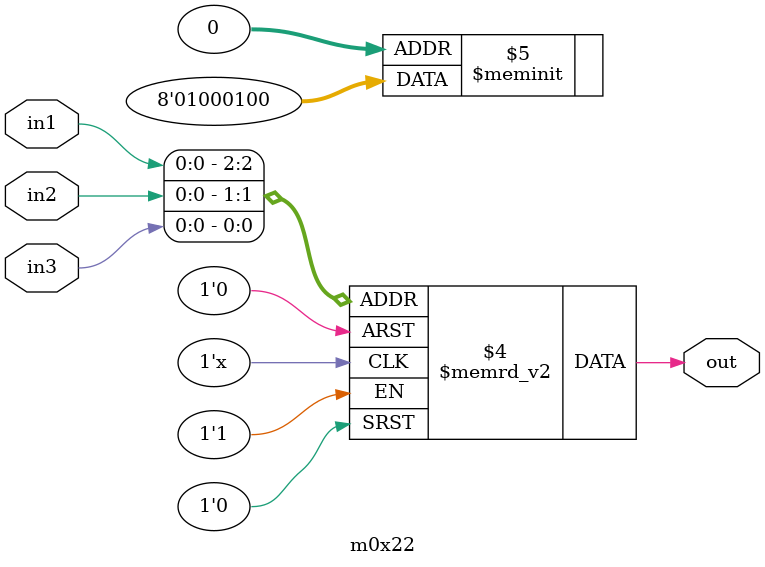
<source format=v>
module m0x22(output out, input in1, in2, in3);

   always @(in1, in2, in3)
     begin
        case({in1, in2, in3})
          3'b000: {out} = 1'b0;
          3'b001: {out} = 1'b0;
          3'b010: {out} = 1'b1;
          3'b011: {out} = 1'b0;
          3'b100: {out} = 1'b0;
          3'b101: {out} = 1'b0;
          3'b110: {out} = 1'b1;
          3'b111: {out} = 1'b0;
        endcase // case ({in1, in2, in3})
     end // always @ (in1, in2, in3)

endmodule // m0x22
</source>
